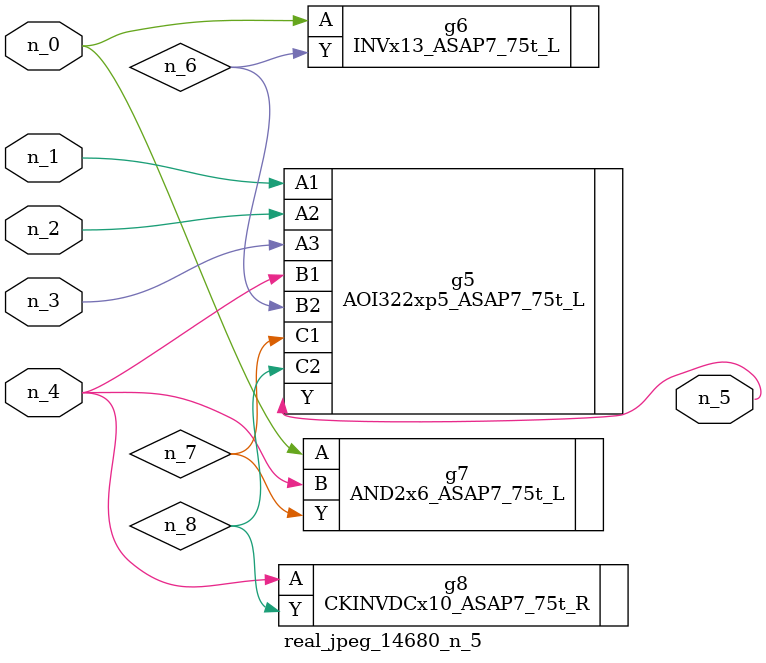
<source format=v>
module real_jpeg_14680_n_5 (n_4, n_0, n_1, n_2, n_3, n_5);

input n_4;
input n_0;
input n_1;
input n_2;
input n_3;

output n_5;

wire n_8;
wire n_6;
wire n_7;

INVx13_ASAP7_75t_L g6 ( 
.A(n_0),
.Y(n_6)
);

AND2x6_ASAP7_75t_L g7 ( 
.A(n_0),
.B(n_4),
.Y(n_7)
);

AOI322xp5_ASAP7_75t_L g5 ( 
.A1(n_1),
.A2(n_2),
.A3(n_3),
.B1(n_4),
.B2(n_6),
.C1(n_7),
.C2(n_8),
.Y(n_5)
);

CKINVDCx10_ASAP7_75t_R g8 ( 
.A(n_4),
.Y(n_8)
);


endmodule
</source>
